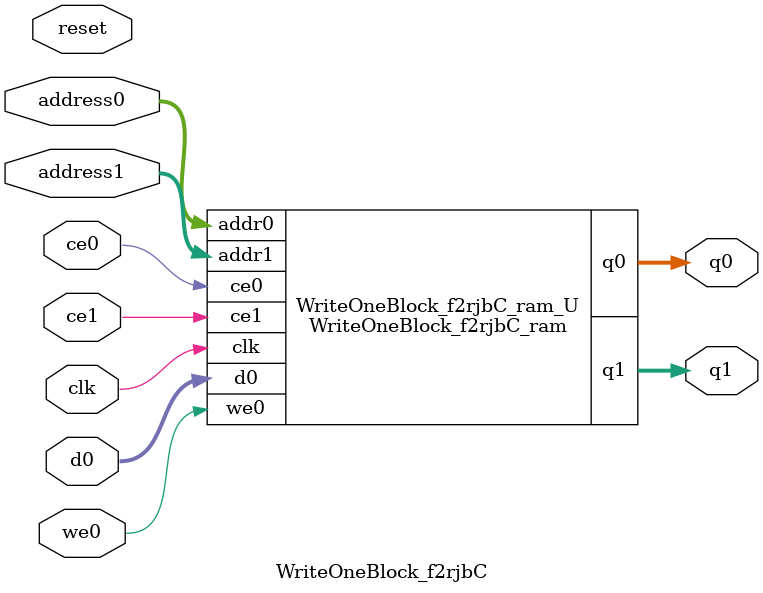
<source format=v>

`timescale 1 ns / 1 ps
module WriteOneBlock_f2rjbC_ram (addr0, ce0, d0, we0, q0, addr1, ce1, q1,  clk);

parameter DWIDTH = 32;
parameter AWIDTH = 6;
parameter MEM_SIZE = 64;

input[AWIDTH-1:0] addr0;
input ce0;
input[DWIDTH-1:0] d0;
input we0;
output reg[DWIDTH-1:0] q0;
input[AWIDTH-1:0] addr1;
input ce1;
output reg[DWIDTH-1:0] q1;
input clk;

(* ram_style = "block" *)reg [DWIDTH-1:0] ram[0:MEM_SIZE-1];




always @(posedge clk)  
begin 
    if (ce0) 
    begin
        if (we0) 
        begin 
            ram[addr0] <= d0; 
            q0 <= d0;
        end 
        else 
            q0 <= ram[addr0];
    end
end


always @(posedge clk)  
begin 
    if (ce1) 
    begin
            q1 <= ram[addr1];
    end
end


endmodule


`timescale 1 ns / 1 ps
module WriteOneBlock_f2rjbC(
    reset,
    clk,
    address0,
    ce0,
    we0,
    d0,
    q0,
    address1,
    ce1,
    q1);

parameter DataWidth = 32'd32;
parameter AddressRange = 32'd64;
parameter AddressWidth = 32'd6;
input reset;
input clk;
input[AddressWidth - 1:0] address0;
input ce0;
input we0;
input[DataWidth - 1:0] d0;
output[DataWidth - 1:0] q0;
input[AddressWidth - 1:0] address1;
input ce1;
output[DataWidth - 1:0] q1;



WriteOneBlock_f2rjbC_ram WriteOneBlock_f2rjbC_ram_U(
    .clk( clk ),
    .addr0( address0 ),
    .ce0( ce0 ),
    .d0( d0 ),
    .we0( we0 ),
    .q0( q0 ),
    .addr1( address1 ),
    .ce1( ce1 ),
    .q1( q1 ));

endmodule


</source>
